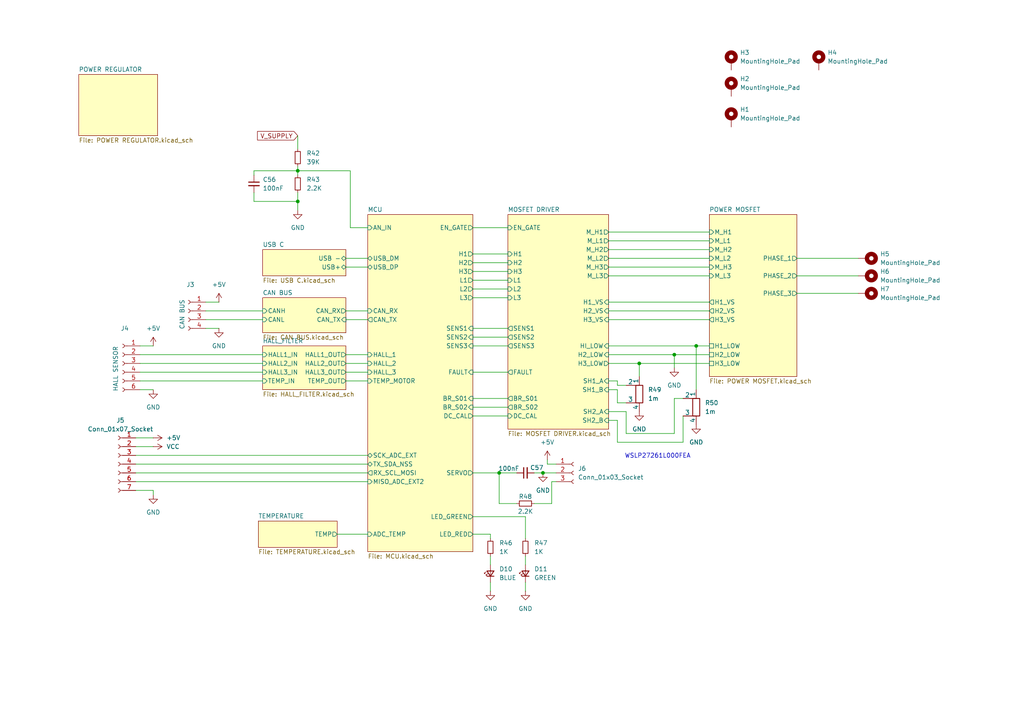
<source format=kicad_sch>
(kicad_sch (version 20231120) (generator "eeschema") (generator_version "8.0")
  (paper "A4")
  (lib_symbols
    (symbol "Connector:Conn_01x03_Socket" (pin_names (offset 1.016) hide)
      (property "Reference" "J" (at 0 5.08 0))
      (property "Value" "Conn_01x03_Socket" (at 0 -5.08 0))
      (symbol "Conn_01x03_Socket_1_1"
        (arc (start 0 -2.032) (mid -0.5058 -2.54) (end 0 -3.048) (stroke (width 0.1524)))
        (polyline (pts (xy -1.27 -2.54) (xy -0.508 -2.54)) (stroke (width 0.1524)))
        (polyline (pts (xy -1.27 0) (xy -0.508 0)) (stroke (width 0.1524)))
        (polyline (pts (xy -1.27 2.54) (xy -0.508 2.54)) (stroke (width 0.1524)))
        (arc (start 0 0.508) (mid -0.5058 0) (end 0 -0.508) (stroke (width 0.1524)))
        (arc (start 0 3.048) (mid -0.5058 2.54) (end 0 2.032) (stroke (width 0.1524)))
        (pin passive line (at -5.08 2.54 0) (length 3.81) (name "Pin_1") (number "1"))
        (pin passive line (at -5.08 0 0) (length 3.81) (name "Pin_2") (number "2"))
        (pin passive line (at -5.08 -2.54 0) (length 3.81) (name "Pin_3") (number "3"))
      )
    )
    (symbol "Connector:Conn_01x04_Socket" (pin_names (offset 1.016) hide)
      (property "Reference" "J" (at 0 5.08 0))
      (property "Value" "Conn_01x04_Socket" (at 0 -7.62 0))
      (symbol "Conn_01x04_Socket_1_1"
        (arc (start 0 -4.572) (mid -0.5058 -5.08) (end 0 -5.588) (stroke (width 0.1524)))
        (arc (start 0 -2.032) (mid -0.5058 -2.54) (end 0 -3.048) (stroke (width 0.1524)))
        (polyline (pts (xy -1.27 -5.08) (xy -0.508 -5.08)) (stroke (width 0.1524)))
        (polyline (pts (xy -1.27 -2.54) (xy -0.508 -2.54)) (stroke (width 0.1524)))
        (polyline (pts (xy -1.27 0) (xy -0.508 0)) (stroke (width 0.1524)))
        (polyline (pts (xy -1.27 2.54) (xy -0.508 2.54)) (stroke (width 0.1524)))
        (arc (start 0 0.508) (mid -0.5058 0) (end 0 -0.508) (stroke (width 0.1524)))
        (arc (start 0 3.048) (mid -0.5058 2.54) (end 0 2.032) (stroke (width 0.1524)))
        (pin passive line (at -5.08 2.54 0) (length 3.81) (name "Pin_1") (number "1"))
        (pin passive line (at -5.08 0 0) (length 3.81) (name "Pin_2") (number "2"))
        (pin passive line (at -5.08 -2.54 0) (length 3.81) (name "Pin_3") (number "3"))
        (pin passive line (at -5.08 -5.08 0) (length 3.81) (name "Pin_4") (number "4"))
      )
    )
    (symbol "Connector:Conn_01x06_Socket" (pin_names (offset 1.016) hide)
      (property "Reference" "J" (at 0 7.62 0))
      (property "Value" "Conn_01x06_Socket" (at 0 -10.16 0))
      (symbol "Conn_01x06_Socket_1_1"
        (arc (start 0 -7.112) (mid -0.5058 -7.62) (end 0 -8.128) (stroke (width 0.1524)))
        (arc (start 0 -4.572) (mid -0.5058 -5.08) (end 0 -5.588) (stroke (width 0.1524)))
        (arc (start 0 -2.032) (mid -0.5058 -2.54) (end 0 -3.048) (stroke (width 0.1524)))
        (polyline (pts (xy -1.27 -7.62) (xy -0.508 -7.62)) (stroke (width 0.1524)))
        (polyline (pts (xy -1.27 -5.08) (xy -0.508 -5.08)) (stroke (width 0.1524)))
        (polyline (pts (xy -1.27 -2.54) (xy -0.508 -2.54)) (stroke (width 0.1524)))
        (polyline (pts (xy -1.27 0) (xy -0.508 0)) (stroke (width 0.1524)))
        (polyline (pts (xy -1.27 2.54) (xy -0.508 2.54)) (stroke (width 0.1524)))
        (polyline (pts (xy -1.27 5.08) (xy -0.508 5.08)) (stroke (width 0.1524)))
        (arc (start 0 0.508) (mid -0.5058 0) (end 0 -0.508) (stroke (width 0.1524)))
        (arc (start 0 3.048) (mid -0.5058 2.54) (end 0 2.032) (stroke (width 0.1524)))
        (arc (start 0 5.588) (mid -0.5058 5.08) (end 0 4.572) (stroke (width 0.1524)))
        (pin passive line (at -5.08 5.08 0) (length 3.81) (name "Pin_1") (number "1"))
        (pin passive line (at -5.08 2.54 0) (length 3.81) (name "Pin_2") (number "2"))
        (pin passive line (at -5.08 0 0) (length 3.81) (name "Pin_3") (number "3"))
        (pin passive line (at -5.08 -2.54 0) (length 3.81) (name "Pin_4") (number "4"))
        (pin passive line (at -5.08 -5.08 0) (length 3.81) (name "Pin_5") (number "5"))
        (pin passive line (at -5.08 -7.62 0) (length 3.81) (name "Pin_6") (number "6"))
      )
    )
    (symbol "Connector:Conn_01x07_Socket" (pin_names (offset 1.016) hide)
      (property "Reference" "J" (at 0 10.16 0))
      (property "Value" "Conn_01x07_Socket" (at 0 -10.16 0))
      (symbol "Conn_01x07_Socket_1_1"
        (arc (start 0 -7.112) (mid -0.5058 -7.62) (end 0 -8.128) (stroke (width 0.1524)))
        (arc (start 0 -4.572) (mid -0.5058 -5.08) (end 0 -5.588) (stroke (width 0.1524)))
        (arc (start 0 -2.032) (mid -0.5058 -2.54) (end 0 -3.048) (stroke (width 0.1524)))
        (polyline (pts (xy -1.27 -7.62) (xy -0.508 -7.62)) (stroke (width 0.1524)))
        (polyline (pts (xy -1.27 -5.08) (xy -0.508 -5.08)) (stroke (width 0.1524)))
        (polyline (pts (xy -1.27 -2.54) (xy -0.508 -2.54)) (stroke (width 0.1524)))
        (polyline (pts (xy -1.27 0) (xy -0.508 0)) (stroke (width 0.1524)))
        (polyline (pts (xy -1.27 2.54) (xy -0.508 2.54)) (stroke (width 0.1524)))
        (polyline (pts (xy -1.27 5.08) (xy -0.508 5.08)) (stroke (width 0.1524)))
        (polyline (pts (xy -1.27 7.62) (xy -0.508 7.62)) (stroke (width 0.1524)))
        (arc (start 0 0.508) (mid -0.5058 0) (end 0 -0.508) (stroke (width 0.1524)))
        (arc (start 0 3.048) (mid -0.5058 2.54) (end 0 2.032) (stroke (width 0.1524)))
        (arc (start 0 5.588) (mid -0.5058 5.08) (end 0 4.572) (stroke (width 0.1524)))
        (arc (start 0 8.128) (mid -0.5058 7.62) (end 0 7.112) (stroke (width 0.1524)))
        (pin passive line (at -5.08 7.62 0) (length 3.81) (name "Pin_1") (number "1"))
        (pin passive line (at -5.08 5.08 0) (length 3.81) (name "Pin_2") (number "2"))
        (pin passive line (at -5.08 2.54 0) (length 3.81) (name "Pin_3") (number "3"))
        (pin passive line (at -5.08 0 0) (length 3.81) (name "Pin_4") (number "4"))
        (pin passive line (at -5.08 -2.54 0) (length 3.81) (name "Pin_5") (number "5"))
        (pin passive line (at -5.08 -5.08 0) (length 3.81) (name "Pin_6") (number "6"))
        (pin passive line (at -5.08 -7.62 0) (length 3.81) (name "Pin_7") (number "7"))
      )
    )
    (symbol "Device:C_Small" (pin_numbers hide) (pin_names (offset 0.254) hide)
      (property "Reference" "C" (at 0.254 1.778 0))
      (property "Value" "C_Small" (at 0.254 -2.032 0))
      (symbol "C_Small_0_1"
        (polyline (pts (xy -1.524 -0.508) (xy 1.524 -0.508)) (stroke (width 0.3302)))
        (polyline (pts (xy -1.524 0.508) (xy 1.524 0.508)) (stroke (width 0.3048)))
      )
      (symbol "C_Small_1_1"
        (pin passive line (at 0 2.54 270) (length 2.032) (name "~") (number "1"))
        (pin passive line (at 0 -2.54 90) (length 2.032) (name "~") (number "2"))
      )
    )
    (symbol "Device:LED_Small" (pin_numbers hide) (pin_names (offset 0.254) hide)
      (property "Reference" "D" (at -1.27 3.175 0))
      (property "Value" "LED_Small" (at -4.445 -2.54 0))
      (symbol "LED_Small_0_1"
        (polyline (pts (xy -0.762 -1.016) (xy -0.762 1.016)) (stroke (width 0.254)))
        (polyline (pts (xy 1.016 0) (xy -0.762 0)))
        (polyline (pts (xy 0.762 -1.016) (xy -0.762 0) (xy 0.762 1.016) (xy 0.762 -1.016)) (stroke (width 0.254)))
        (polyline (pts (xy 0 0.762) (xy -0.508 1.27) (xy -0.254 1.27) (xy -0.508 1.27) (xy -0.508 1.016)))
        (polyline (pts (xy 0.508 1.27) (xy 0 1.778) (xy 0.254 1.778) (xy 0 1.778) (xy 0 1.524)))
      )
      (symbol "LED_Small_1_1"
        (pin passive line (at -2.54 0 0) (length 1.778) (name "K") (number "1"))
        (pin passive line (at 2.54 0 180) (length 1.778) (name "A") (number "2"))
      )
    )
    (symbol "Device:R_Shunt" (pin_numbers hide) (pin_names (offset 0))
      (property "Reference" "R" (at -4.445 0 90))
      (property "Value" "R_Shunt" (at -2.54 0 90))
      (symbol "R_Shunt_0_1"
        (rectangle (start -1.016 -2.54) (end 1.016 2.54) (stroke (width 0.254)))
        (polyline (pts (xy 0 -2.54) (xy 1.27 -2.54)))
        (polyline (pts (xy 1.27 2.54) (xy 0 2.54)))
      )
      (symbol "R_Shunt_1_1"
        (pin passive line (at 0 5.08 270) (length 2.54) (name "1") (number "1"))
        (pin passive line (at 3.81 2.54 180) (length 2.54) (name "2") (number "2"))
        (pin passive line (at 3.81 -2.54 180) (length 2.54) (name "3") (number "3"))
        (pin passive line (at 0 -5.08 90) (length 2.54) (name "4") (number "4"))
      )
    )
    (symbol "Device:R_Small" (pin_numbers hide) (pin_names (offset 0.254) hide)
      (property "Reference" "R" (at 0.762 0.508 0))
      (property "Value" "R_Small" (at 0.762 -1.016 0))
      (symbol "R_Small_0_1"
        (rectangle (start -0.762 1.778) (end 0.762 -1.778) (stroke (width 0.2032)))
      )
      (symbol "R_Small_1_1"
        (pin passive line (at 0 2.54 270) (length 0.762) (name "~") (number "1"))
        (pin passive line (at 0 -2.54 90) (length 0.762) (name "~") (number "2"))
      )
    )
    (symbol "Mechanical:MountingHole_Pad" (pin_numbers hide) (pin_names (offset 1.016) hide) (exclude_from_sim yes) (in_bom no)
      (property "Reference" "H" (at 0 6.35 0))
      (property "Value" "MountingHole_Pad" (at 0 4.445 0))
      (symbol "MountingHole_Pad_0_1"
        (circle (center 0 1.27) (radius 1.27) (stroke (width 1.27)))
      )
      (symbol "MountingHole_Pad_1_1"
        (pin input line (at 0 -2.54 90) (length 2.54) (name "1") (number "1"))
      )
    )
    (symbol "power:+5V" (power) (pin_numbers hide) (pin_names (offset 0) hide)
      (property "Value" "+5V" (at 0 3.556 0))
      (symbol "+5V_0_1"
        (polyline (pts (xy -0.762 1.27) (xy 0 2.54)))
        (polyline (pts (xy 0 0) (xy 0 2.54)))
        (polyline (pts (xy 0 2.54) (xy 0.762 1.27)))
      )
      (symbol "+5V_1_1"
        (pin power_in line (at 0 0 90) (length 0) (name "~") (number "1"))
      )
    )
    (symbol "power:GND" (power) (pin_numbers hide) (pin_names (offset 0) hide)
      (property "Value" "GND" (at 0 -3.81 0))
      (symbol "GND_0_1"
        (polyline (pts (xy 0 0) (xy 0 -1.27) (xy 1.27 -1.27) (xy 0 -2.54) (xy -1.27 -1.27) (xy 0 -1.27)))
      )
      (symbol "GND_1_1"
        (pin power_in line (at 0 0 270) (length 0) (name "~") (number "1"))
      )
    )
    (symbol "power:VCC" (power) (pin_numbers hide) (pin_names (offset 0) hide)
      (property "Value" "VCC" (at 0 3.556 0))
      (symbol "VCC_0_1"
        (polyline (pts (xy -0.762 1.27) (xy 0 2.54)))
        (polyline (pts (xy 0 0) (xy 0 2.54)))
        (polyline (pts (xy 0 2.54) (xy 0.762 1.27)))
      )
      (symbol "VCC_1_1"
        (pin power_in line (at 0 0 90) (length 0) (name "~") (number "1"))
      )
    )
  )
  (junction (at 201.93 100.33))
  (junction (at 144.78 137.16))
  (junction (at 195.58 102.87))
  (junction (at 86.36 49.53))
  (junction (at 157.48 137.16))
  (junction (at 185.42 105.41))
  (junction (at 86.36 58.42))
  (wire (pts (xy 86.36 58.42) (xy 86.36 55.88)))
  (wire (pts (xy 97.79 154.94) (xy 106.68 154.94)))
  (wire (pts (xy 39.37 134.62) (xy 106.68 134.62)))
  (wire (pts (xy 39.37 132.08) (xy 106.68 132.08)))
  (wire (pts (xy 144.78 146.05) (xy 144.78 137.16)))
  (wire (pts (xy 195.58 125.73) (xy 195.58 115.57)))
  (wire (pts (xy 176.53 74.93) (xy 205.74 74.93)))
  (wire (pts (xy 179.07 111.76) (xy 181.61 111.76)))
  (wire (pts (xy 142.24 154.94) (xy 142.24 156.21)))
  (wire (pts (xy 137.16 76.2) (xy 147.32 76.2)))
  (wire (pts (xy 86.36 58.42) (xy 86.36 60.96)))
  (wire (pts (xy 100.33 74.93) (xy 106.68 74.93)))
  (wire (pts (xy 195.58 102.87) (xy 205.74 102.87)))
  (wire (pts (xy 73.66 50.8) (xy 73.66 49.53)))
  (wire (pts (xy 59.69 87.63) (xy 63.5 87.63)))
  (wire (pts (xy 161.29 134.62) (xy 158.75 134.62)))
  (wire (pts (xy 100.33 102.87) (xy 106.68 102.87)))
  (wire (pts (xy 39.37 137.16) (xy 106.68 137.16)))
  (wire (pts (xy 59.69 95.25) (xy 63.5 95.25)))
  (wire (pts (xy 137.16 118.11) (xy 147.32 118.11)))
  (wire (pts (xy 137.16 149.86) (xy 152.4 149.86)))
  (wire (pts (xy 176.53 113.03) (xy 179.07 113.03)))
  (wire (pts (xy 201.93 100.33) (xy 201.93 113.03)))
  (wire (pts (xy 154.94 146.05) (xy 160.02 146.05)))
  (wire (pts (xy 231.14 80.01) (xy 248.92 80.01)))
  (wire (pts (xy 176.53 92.71) (xy 205.74 92.71)))
  (wire (pts (xy 160.02 139.7) (xy 161.29 139.7)))
  (wire (pts (xy 176.53 121.92) (xy 179.07 121.92)))
  (wire (pts (xy 73.66 49.53) (xy 86.36 49.53)))
  (wire (pts (xy 176.53 80.01) (xy 205.74 80.01)))
  (wire (pts (xy 176.53 72.39) (xy 205.74 72.39)))
  (wire (pts (xy 176.53 119.38) (xy 181.61 119.38)))
  (wire (pts (xy 176.53 105.41) (xy 185.42 105.41)))
  (wire (pts (xy 101.6 49.53) (xy 101.6 66.04)))
  (wire (pts (xy 152.4 168.91) (xy 152.4 171.45)))
  (wire (pts (xy 137.16 66.04) (xy 147.32 66.04)))
  (wire (pts (xy 137.16 78.74) (xy 147.32 78.74)))
  (wire (pts (xy 198.12 128.27) (xy 198.12 120.65)))
  (wire (pts (xy 100.33 77.47) (xy 106.68 77.47)))
  (wire (pts (xy 185.42 105.41) (xy 185.42 109.22)))
  (wire (pts (xy 142.24 161.29) (xy 142.24 163.83)))
  (wire (pts (xy 86.36 49.53) (xy 101.6 49.53)))
  (wire (pts (xy 176.53 90.17) (xy 205.74 90.17)))
  (wire (pts (xy 142.24 168.91) (xy 142.24 171.45)))
  (wire (pts (xy 137.16 107.95) (xy 147.32 107.95)))
  (wire (pts (xy 137.16 154.94) (xy 142.24 154.94)))
  (wire (pts (xy 137.16 115.57) (xy 147.32 115.57)))
  (wire (pts (xy 137.16 137.16) (xy 144.78 137.16)))
  (wire (pts (xy 185.42 105.41) (xy 205.74 105.41)))
  (wire (pts (xy 40.64 113.03) (xy 44.45 113.03)))
  (wire (pts (xy 137.16 100.33) (xy 147.32 100.33)))
  (wire (pts (xy 40.64 110.49) (xy 76.2 110.49)))
  (wire (pts (xy 40.64 105.41) (xy 76.2 105.41)))
  (wire (pts (xy 157.48 137.16) (xy 161.29 137.16)))
  (wire (pts (xy 137.16 86.36) (xy 147.32 86.36)))
  (wire (pts (xy 176.53 77.47) (xy 205.74 77.47)))
  (wire (pts (xy 231.14 85.09) (xy 248.92 85.09)))
  (wire (pts (xy 176.53 110.49) (xy 179.07 110.49)))
  (wire (pts (xy 179.07 110.49) (xy 179.07 111.76)))
  (wire (pts (xy 101.6 66.04) (xy 106.68 66.04)))
  (wire (pts (xy 179.07 128.27) (xy 198.12 128.27)))
  (wire (pts (xy 86.36 39.37) (xy 86.36 43.18)))
  (wire (pts (xy 160.02 146.05) (xy 160.02 139.7)))
  (wire (pts (xy 73.66 55.88) (xy 73.66 58.42)))
  (wire (pts (xy 39.37 127) (xy 44.45 127)))
  (wire (pts (xy 137.16 120.65) (xy 147.32 120.65)))
  (wire (pts (xy 86.36 48.26) (xy 86.36 49.53)))
  (wire (pts (xy 181.61 125.73) (xy 195.58 125.73)))
  (wire (pts (xy 40.64 100.33) (xy 44.45 100.33)))
  (wire (pts (xy 176.53 69.85) (xy 205.74 69.85)))
  (wire (pts (xy 59.69 92.71) (xy 76.2 92.71)))
  (wire (pts (xy 179.07 116.84) (xy 181.61 116.84)))
  (wire (pts (xy 40.64 107.95) (xy 76.2 107.95)))
  (wire (pts (xy 137.16 81.28) (xy 147.32 81.28)))
  (wire (pts (xy 73.66 58.42) (xy 86.36 58.42)))
  (wire (pts (xy 201.93 100.33) (xy 205.74 100.33)))
  (wire (pts (xy 100.33 107.95) (xy 106.68 107.95)))
  (wire (pts (xy 154.94 137.16) (xy 157.48 137.16)))
  (wire (pts (xy 137.16 73.66) (xy 147.32 73.66)))
  (wire (pts (xy 176.53 87.63) (xy 205.74 87.63)))
  (wire (pts (xy 100.33 92.71) (xy 106.68 92.71)))
  (wire (pts (xy 137.16 95.25) (xy 147.32 95.25)))
  (wire (pts (xy 40.64 102.87) (xy 76.2 102.87)))
  (wire (pts (xy 137.16 83.82) (xy 147.32 83.82)))
  (wire (pts (xy 149.86 146.05) (xy 144.78 146.05)))
  (wire (pts (xy 231.14 74.93) (xy 248.92 74.93)))
  (wire (pts (xy 100.33 110.49) (xy 106.68 110.49)))
  (wire (pts (xy 179.07 121.92) (xy 179.07 128.27)))
  (wire (pts (xy 39.37 139.7) (xy 106.68 139.7)))
  (wire (pts (xy 195.58 115.57) (xy 198.12 115.57)))
  (wire (pts (xy 137.16 97.79) (xy 147.32 97.79)))
  (wire (pts (xy 152.4 149.86) (xy 152.4 156.21)))
  (wire (pts (xy 195.58 102.87) (xy 195.58 106.68)))
  (wire (pts (xy 176.53 102.87) (xy 195.58 102.87)))
  (wire (pts (xy 181.61 119.38) (xy 181.61 125.73)))
  (wire (pts (xy 100.33 105.41) (xy 106.68 105.41)))
  (wire (pts (xy 144.78 137.16) (xy 149.86 137.16)))
  (wire (pts (xy 100.33 90.17) (xy 106.68 90.17)))
  (wire (pts (xy 39.37 142.24) (xy 44.45 142.24)))
  (wire (pts (xy 158.75 134.62) (xy 158.75 133.35)))
  (wire (pts (xy 176.53 67.31) (xy 205.74 67.31)))
  (wire (pts (xy 179.07 113.03) (xy 179.07 116.84)))
  (wire (pts (xy 59.69 90.17) (xy 76.2 90.17)))
  (wire (pts (xy 86.36 49.53) (xy 86.36 50.8)))
  (wire (pts (xy 44.45 142.24) (xy 44.45 143.51)))
  (wire (pts (xy 152.4 161.29) (xy 152.4 163.83)))
  (wire (pts (xy 176.53 100.33) (xy 201.93 100.33)))
  (wire (pts (xy 39.37 129.54) (xy 44.45 129.54)))
  (text "WSLP27261L000FEA" (at 190.754 132.334 0) (effects (font (size 1.27 1.27))))
  (global_label "V_SUPPLY" (shape input) (at 86.36 39.37 180) (property "Intersheetrefs" "${INTERSHEET_REFS}" (effects (hide yes))))
  (symbol (lib_id "Mechanical:MountingHole_Pad") (at 237.49 17.78 0) (unit 1) (exclude_from_sim yes) (in_bom no)
    (property "Reference" "H4" (at 240.03 15.2399 0) (effects (justify left)))
    (property "Value" "MountingHole_Pad" (at 240.03 17.7799 0) (effects (justify left)))
    (property "Footprint" "MountingHole:MountingHole_3.2mm_M3_Pad" (effects (hide yes)))
    (property "Description" "Mounting Hole with connection" (effects (hide yes)))
  )
  (symbol (lib_id "Connector:Conn_01x07_Socket") (at 34.29 134.62 0) (mirror y) (unit 1)
    (property "Reference" "J5" (at 34.925 121.92 0))
    (property "Value" "Conn_01x07_Socket" (at 34.925 124.46 0))
    (property "Footprint" "Connector_JST:JST_XH_B7B-XH-AM_1x07_P2.50mm_Vertical" (effects (hide yes)))
    (property "Description" "Generic connector, single row, 01x07, script generated" (effects (hide yes)))
  )
  (symbol (lib_id "power:GND") (at 86.36 60.96 0) (unit 1)
    (property "Reference" "#PWR066" (effects (hide yes)))
    (property "Value" "GND" (at 86.36 66.04 0))
    (property "Description" "Power symbol creates a global label with name \"GND\" , ground" (effects (hide yes)))
  )
  (symbol (lib_id "Device:R_Small") (at 152.4 146.05 90) (unit 1)
    (property "Reference" "R48" (at 152.4 144.018 90))
    (property "Value" "2.2K" (at 152.4 148.336 90))
    (property "Footprint" "Resistor_SMD:R_0603_1608Metric" (effects (hide yes)))
    (property "Description" "Resistor, small symbol" (effects (hide yes)))
  )
  (symbol (lib_id "power:GND") (at 195.58 106.68 0) (unit 1)
    (property "Reference" "#PWR034" (effects (hide yes)))
    (property "Value" "GND" (at 195.58 111.76 0))
    (property "Description" "Power symbol creates a global label with name \"GND\" , ground" (effects (hide yes)))
  )
  (symbol (lib_id "Device:C_Small") (at 73.66 53.34 0) (unit 1)
    (property "Reference" "C56" (at 76.2 52.0762 0) (effects (justify left)))
    (property "Value" "100nF" (at 76.2 54.6162 0) (effects (justify left)))
    (property "Footprint" "Capacitor_SMD:C_0603_1608Metric" (effects (hide yes)))
    (property "Description" "Unpolarized capacitor, small symbol" (effects (hide yes)))
  )
  (symbol (lib_id "Device:R_Small") (at 152.4 158.75 0) (unit 1)
    (property "Reference" "R47" (at 154.94 157.4799 0) (effects (justify left)))
    (property "Value" "1K" (at 154.94 160.0199 0) (effects (justify left)))
    (property "Footprint" "Resistor_SMD:R_0603_1608Metric" (effects (hide yes)))
    (property "Description" "Resistor, small symbol" (effects (hide yes)))
  )
  (symbol (lib_id "power:GND") (at 185.42 119.38 0) (unit 1)
    (property "Reference" "#PWR05" (effects (hide yes)))
    (property "Value" "GND" (at 185.42 124.46 0))
    (property "Description" "Power symbol creates a global label with name \"GND\" , ground" (effects (hide yes)))
  )
  (symbol (lib_id "power:GND") (at 44.45 143.51 0) (unit 1)
    (property "Reference" "#PWR078" (effects (hide yes)))
    (property "Value" "GND" (at 44.45 148.59 0))
    (property "Description" "Power symbol creates a global label with name \"GND\" , ground" (effects (hide yes)))
  )
  (symbol (lib_id "power:+5V") (at 44.45 100.33 0) (unit 1)
    (property "Reference" "#PWR077" (effects (hide yes)))
    (property "Value" "+5V" (at 44.45 95.25 0))
    (property "Description" "Power symbol creates a global label with name \"+5V\"" (effects (hide yes)))
  )
  (symbol (lib_id "Device:R_Shunt") (at 185.42 114.3 0) (mirror y) (unit 1)
    (property "Reference" "R49" (at 187.96 113.0299 0) (effects (justify right)))
    (property "Value" "1m" (at 187.96 115.5699 0) (effects (justify right)))
    (property "Footprint" "WSLP27261L000FEA:WSLP2726_1mOHM_VIS" (effects (hide yes)))
    (property "Description" "Shunt resistor" (effects (hide yes)))
  )
  (symbol (lib_id "Device:R_Small") (at 142.24 158.75 0) (unit 1)
    (property "Reference" "R46" (at 144.78 157.4799 0) (effects (justify left)))
    (property "Value" "1K" (at 144.78 160.0199 0) (effects (justify left)))
    (property "Footprint" "Resistor_SMD:R_0603_1608Metric" (effects (hide yes)))
    (property "Description" "Resistor, small symbol" (effects (hide yes)))
  )
  (symbol (lib_id "power:GND") (at 44.45 113.03 0) (unit 1)
    (property "Reference" "#PWR076" (effects (hide yes)))
    (property "Value" "GND" (at 44.45 118.11 0))
    (property "Description" "Power symbol creates a global label with name \"GND\" , ground" (effects (hide yes)))
  )
  (symbol (lib_id "power:+5V") (at 158.75 133.35 0) (unit 1)
    (property "Reference" "#PWR083" (effects (hide yes)))
    (property "Value" "+5V" (at 158.75 128.27 0))
    (property "Description" "Power symbol creates a global label with name \"+5V\"" (effects (hide yes)))
  )
  (symbol (lib_id "power:+5V") (at 44.45 127 270) (unit 1)
    (property "Reference" "#PWR079" (effects (hide yes)))
    (property "Value" "+5V" (at 48.26 126.9999 90) (effects (justify left)))
    (property "Description" "Power symbol creates a global label with name \"+5V\"" (effects (hide yes)))
  )
  (symbol (lib_id "Connector:Conn_01x04_Socket") (at 54.61 90.17 0) (mirror y) (unit 1)
    (property "Reference" "J3" (at 55.245 82.55 0))
    (property "Value" "CAN BUS" (at 52.832 91.186 90))
    (property "Footprint" "Connector_JST:JST_XH_B4B-XH-AM_1x04_P2.50mm_Vertical" (effects (hide yes)))
    (property "Description" "Generic connector, single row, 01x04, script generated" (effects (hide yes)))
  )
  (symbol (lib_id "Mechanical:MountingHole_Pad") (at 212.09 34.29 0) (unit 1) (exclude_from_sim yes) (in_bom no)
    (property "Reference" "H1" (at 214.63 31.7499 0) (effects (justify left)))
    (property "Value" "MountingHole_Pad" (at 214.63 34.2899 0) (effects (justify left)))
    (property "Footprint" "MountingHole:MountingHole_3.2mm_M3_Pad" (effects (hide yes)))
    (property "Description" "Mounting Hole with connection" (effects (hide yes)))
  )
  (symbol (lib_id "power:GND") (at 152.4 171.45 0) (unit 1)
    (property "Reference" "#PWR082" (effects (hide yes)))
    (property "Value" "GND" (at 152.4 176.53 0))
    (property "Description" "Power symbol creates a global label with name \"GND\" , ground" (effects (hide yes)))
  )
  (symbol (lib_id "Device:LED_Small") (at 152.4 166.37 90) (unit 1)
    (property "Reference" "D11" (at 154.94 165.0364 90) (effects (justify right)))
    (property "Value" "GREEN" (at 154.94 167.5764 90) (effects (justify right)))
    (property "Footprint" "LED_SMD:LED_0603_1608Metric_Pad1.05x0.95mm_HandSolder" (effects (hide yes)))
    (property "Description" "Light emitting diode, small symbol" (effects (hide yes)))
  )
  (symbol (lib_id "Mechanical:MountingHole_Pad") (at 212.09 17.78 0) (unit 1) (exclude_from_sim yes) (in_bom no)
    (property "Reference" "H3" (at 214.63 15.2399 0) (effects (justify left)))
    (property "Value" "MountingHole_Pad" (at 214.63 17.7799 0) (effects (justify left)))
    (property "Footprint" "MountingHole:MountingHole_3.2mm_M3_Pad" (effects (hide yes)))
    (property "Description" "Mounting Hole with connection" (effects (hide yes)))
  )
  (symbol (lib_id "power:GND") (at 142.24 171.45 0) (unit 1)
    (property "Reference" "#PWR081" (effects (hide yes)))
    (property "Value" "GND" (at 142.24 176.53 0))
    (property "Description" "Power symbol creates a global label with name \"GND\" , ground" (effects (hide yes)))
  )
  (symbol (lib_id "Device:R_Small") (at 86.36 53.34 0) (unit 1)
    (property "Reference" "R43" (at 88.9 52.0699 0) (effects (justify left)))
    (property "Value" "2.2K" (at 88.9 54.6099 0) (effects (justify left)))
    (property "Footprint" "Resistor_SMD:R_0603_1608Metric" (effects (hide yes)))
    (property "Description" "Resistor, small symbol" (effects (hide yes)))
  )
  (symbol (lib_id "power:GND") (at 63.5 95.25 0) (unit 1)
    (property "Reference" "#PWR074" (effects (hide yes)))
    (property "Value" "GND" (at 63.5 100.33 0))
    (property "Description" "Power symbol creates a global label with name \"GND\" , ground" (effects (hide yes)))
  )
  (symbol (lib_id "power:GND") (at 201.93 123.19 0) (unit 1)
    (property "Reference" "#PWR033" (effects (hide yes)))
    (property "Value" "GND" (at 201.93 128.27 0))
    (property "Description" "Power symbol creates a global label with name \"GND\" , ground" (effects (hide yes)))
  )
  (symbol (lib_id "Device:LED_Small") (at 142.24 166.37 90) (unit 1)
    (property "Reference" "D10" (at 144.78 165.0364 90) (effects (justify right)))
    (property "Value" "BLUE" (at 144.78 167.5764 90) (effects (justify right)))
    (property "Footprint" "LED_SMD:LED_0603_1608Metric_Pad1.05x0.95mm_HandSolder" (effects (hide yes)))
    (property "Description" "Light emitting diode, small symbol" (effects (hide yes)))
  )
  (symbol (lib_id "power:+5V") (at 63.5 87.63 0) (unit 1)
    (property "Reference" "#PWR075" (effects (hide yes)))
    (property "Value" "+5V" (at 63.5 82.55 0))
    (property "Description" "Power symbol creates a global label with name \"+5V\"" (effects (hide yes)))
  )
  (symbol (lib_id "Device:R_Shunt") (at 201.93 118.11 0) (mirror y) (unit 1)
    (property "Reference" "R50" (at 204.47 116.8399 0) (effects (justify right)))
    (property "Value" "1m" (at 204.47 119.3799 0) (effects (justify right)))
    (property "Footprint" "WSLP27261L000FEA:WSLP2726_1mOHM_VIS" (effects (hide yes)))
    (property "Description" "Shunt resistor" (effects (hide yes)))
  )
  (symbol (lib_id "Device:R_Small") (at 86.36 45.72 0) (unit 1)
    (property "Reference" "R42" (at 88.9 44.4499 0) (effects (justify left)))
    (property "Value" "39K" (at 88.9 46.9899 0) (effects (justify left)))
    (property "Footprint" "Resistor_SMD:R_0603_1608Metric" (effects (hide yes)))
    (property "Description" "Resistor, small symbol" (effects (hide yes)))
  )
  (symbol (lib_id "power:GND") (at 157.48 137.16 0) (unit 1)
    (property "Reference" "#PWR084" (effects (hide yes)))
    (property "Value" "GND" (at 157.48 142.24 0))
    (property "Description" "Power symbol creates a global label with name \"GND\" , ground" (effects (hide yes)))
  )
  (symbol (lib_id "Mechanical:MountingHole_Pad") (at 251.46 85.09 270) (unit 1) (exclude_from_sim yes) (in_bom no)
    (property "Reference" "H7" (at 255.27 83.8199 90) (effects (justify left)))
    (property "Value" "MountingHole_Pad" (at 255.27 86.3599 90) (effects (justify left)))
    (property "Footprint" "MountingHole:MountingHole_4.3mm_M4_ISO7380_Pad" (effects (hide yes)))
    (property "Description" "Mounting Hole with connection" (effects (hide yes)))
  )
  (symbol (lib_id "Connector:Conn_01x06_Socket") (at 35.56 105.41 0) (mirror y) (unit 1)
    (property "Reference" "J4" (at 36.195 95.25 0))
    (property "Value" "HALL SENSOR" (at 33.528 106.934 90))
    (property "Footprint" "Connector_JST:JST_XH_B6B-XH-AM_1x06_P2.50mm_Vertical" (effects (hide yes)))
    (property "Description" "Generic connector, single row, 01x06, script generated" (effects (hide yes)))
  )
  (symbol (lib_id "Mechanical:MountingHole_Pad") (at 251.46 80.01 270) (unit 1) (exclude_from_sim yes) (in_bom no)
    (property "Reference" "H6" (at 255.27 78.7399 90) (effects (justify left)))
    (property "Value" "MountingHole_Pad" (at 255.27 81.2799 90) (effects (justify left)))
    (property "Footprint" "MountingHole:MountingHole_4.3mm_M4_ISO7380_Pad" (effects (hide yes)))
    (property "Description" "Mounting Hole with connection" (effects (hide yes)))
  )
  (symbol (lib_id "Mechanical:MountingHole_Pad") (at 251.46 74.93 270) (unit 1) (exclude_from_sim yes) (in_bom no)
    (property "Reference" "H5" (at 255.27 73.6599 90) (effects (justify left)))
    (property "Value" "MountingHole_Pad" (at 255.27 76.1999 90) (effects (justify left)))
    (property "Footprint" "MountingHole:MountingHole_4.3mm_M4_ISO7380_Pad" (effects (hide yes)))
    (property "Description" "Mounting Hole with connection" (effects (hide yes)))
  )
  (symbol (lib_id "Device:C_Small") (at 152.4 137.16 90) (unit 1)
    (property "Reference" "C57" (at 155.702 135.636 90))
    (property "Value" "100nF" (at 147.574 135.89 90))
    (property "Footprint" "Capacitor_SMD:C_0603_1608Metric" (effects (hide yes)))
    (property "Description" "Unpolarized capacitor, small symbol" (effects (hide yes)))
  )
  (symbol (lib_id "power:VCC") (at 44.45 129.54 270) (unit 1)
    (property "Reference" "#PWR080" (effects (hide yes)))
    (property "Value" "VCC" (at 48.26 129.5399 90) (effects (justify left)))
    (property "Description" "Power symbol creates a global label with name \"VCC\"" (effects (hide yes)))
  )
  (symbol (lib_id "Mechanical:MountingHole_Pad") (at 212.09 25.4 0) (unit 1) (exclude_from_sim yes) (in_bom no)
    (property "Reference" "H2" (at 214.63 22.8599 0) (effects (justify left)))
    (property "Value" "MountingHole_Pad" (at 214.63 25.3999 0) (effects (justify left)))
    (property "Footprint" "MountingHole:MountingHole_3.2mm_M3_Pad" (effects (hide yes)))
    (property "Description" "Mounting Hole with connection" (effects (hide yes)))
  )
  (symbol (lib_id "Connector:Conn_01x03_Socket") (at 166.37 137.16 0) (unit 1)
    (property "Reference" "J6" (at 167.64 135.8899 0) (effects (justify left)))
    (property "Value" "Conn_01x03_Socket" (at 167.64 138.4299 0) (effects (justify left)))
    (property "Footprint" "Connector_JST:JST_XH_B3B-XH-AM_1x03_P2.50mm_Vertical" (effects (hide yes)))
    (property "Description" "Generic connector, single row, 01x03, script generated" (effects (hide yes)))
  )
  (sheet (at 106.68 62.23) (size 30.48 97.79) (stroke (width 0.1524)) (fill (color 255 255 194 1.0000))
    (property "Sheetname" "MCU" (at 106.68 61.5184 0) (effects (justify left bottom)))
    (property "Sheetfile" "MCU.kicad_sch" (at 106.68 160.6046 0) (effects (justify left top)))
    (pin "FAULT" input (at 137.16 107.95 0))
    (pin "EN_GATE" output (at 137.16 66.04 0))
    (pin "HALL_3" input (at 106.68 107.95 180))
    (pin "TEMP_MOTOR" input (at 106.68 110.49 180))
    (pin "LED_GREEN" output (at 137.16 149.86 0))
    (pin "LED_RED" output (at 137.16 154.94 0))
    (pin "TX_SDA_NSS" bidirectional (at 106.68 134.62 180))
    (pin "AN_IN" input (at 106.68 66.04 180))
    (pin "RX_SCL_MOSI" output (at 106.68 137.16 180))
    (pin "SENS3" input (at 137.16 100.33 0))
    (pin "SCK_ADC_EXT" bidirectional (at 106.68 132.08 180))
    (pin "ADC_TEMP" input (at 106.68 154.94 180))
    (pin "SENS2" input (at 137.16 97.79 0))
    (pin "SENS1" input (at 137.16 95.25 0))
    (pin "MISO_ADC_EXT2" input (at 106.68 139.7 180))
    (pin "USB_DP" bidirectional (at 106.68 77.47 180))
    (pin "USB_DM" bidirectional (at 106.68 74.93 180))
    (pin "H1" output (at 137.16 73.66 0))
    (pin "H3" output (at 137.16 78.74 0))
    (pin "H2" output (at 137.16 76.2 0))
    (pin "BR_S02" input (at 137.16 118.11 0))
    (pin "BR_S01" input (at 137.16 115.57 0))
    (pin "L2" output (at 137.16 83.82 0))
    (pin "L1" output (at 137.16 81.28 0))
    (pin "L3" output (at 137.16 86.36 0))
    (pin "SERVO" output (at 137.16 137.16 0))
    (pin "CAN_TX" output (at 106.68 92.71 180))
    (pin "CAN_RX" input (at 106.68 90.17 180))
    (pin "HALL_2" input (at 106.68 105.41 180))
    (pin "HALL_1" input (at 106.68 102.87 180))
    (pin "DC_CAL" output (at 137.16 120.65 0))
  )
  (sheet (at 74.93 151.13) (size 22.86 7.62) (stroke (width 0.1524)) (fill (color 255 255 194 1.0000))
    (property "Sheetname" "TEMPERATURE" (at 74.93 150.4184 0) (effects (justify left bottom)))
    (property "Sheetfile" "TEMPERATURE.kicad_sch" (at 74.93 159.3346 0) (effects (justify left top)))
    (pin "TEMP" output (at 97.79 154.94 0))
  )
  (sheet (at 76.2 100.33) (size 24.13 12.7) (stroke (width 0.1524)) (fill (color 255 255 194 1.0000))
    (property "Sheetname" "HALL_FILTER" (at 76.2 99.6184 0) (effects (justify left bottom)))
    (property "Sheetfile" "HALL_FILTER.kicad_sch" (at 76.2 113.6146 0) (effects (justify left top)))
    (pin "TEMP_OUT" output (at 100.33 110.49 0))
    (pin "TEMP_IN" input (at 76.2 110.49 180))
    (pin "HALL3_OUT" output (at 100.33 107.95 0))
    (pin "HALL2_OUT" output (at 100.33 105.41 0))
    (pin "HALL2_IN" input (at 76.2 105.41 180))
    (pin "HALL1_IN" input (at 76.2 102.87 180))
    (pin "HALL1_OUT" output (at 100.33 102.87 0))
    (pin "HALL3_IN" input (at 76.2 107.95 180))
  )
  (sheet (at 205.74 62.23) (size 25.4 46.99) (stroke (width 0.1524) (color 132 0 0 1)) (fill (color 255 255 194 1.0000))
    (property "Sheetname" "POWER MOSFET" (at 205.74 61.5184 0) (effects (justify left bottom)))
    (property "Sheetfile" "POWER MOSFET.kicad_sch" (at 205.74 109.8046 0) (effects (justify left top)))
    (pin "M_L1" input (at 205.74 69.85 180))
    (pin "H1_VS" output (at 205.74 87.63 180))
    (pin "M_H1" input (at 205.74 67.31 180))
    (pin "PHASE_1" output (at 231.14 74.93 0))
    (pin "H1_LOW" passive (at 205.74 100.33 180))
    (pin "M_H3" input (at 205.74 77.47 180))
    (pin "H3_VS" output (at 205.74 92.71 180))
    (pin "PHASE_3" output (at 231.14 85.09 0))
    (pin "M_H2" input (at 205.74 72.39 180))
    (pin "H2_VS" output (at 205.74 90.17 180))
    (pin "M_L2" input (at 205.74 74.93 180))
    (pin "PHASE_2" output (at 231.14 80.01 0))
    (pin "H3_LOW" passive (at 205.74 105.41 180))
    (pin "M_L3" input (at 205.74 80.01 180))
    (pin "H2_LOW" passive (at 205.74 102.87 180))
  )
  (sheet (at 76.2 86.36) (size 24.13 10.16) (stroke (width 0.1524)) (fill (color 255 255 194 1.0000))
    (property "Sheetname" "CAN BUS" (at 76.2 85.6484 0) (effects (justify left bottom)))
    (property "Sheetfile" "CAN BUS.kicad_sch" (at 76.2 97.1046 0) (effects (justify left top)))
    (pin "CANL" input (at 76.2 92.71 180))
    (pin "CANH" input (at 76.2 90.17 180))
    (pin "CAN_TX" input (at 100.33 92.71 0))
    (pin "CAN_RX" output (at 100.33 90.17 0))
  )
  (sheet (at 147.32 62.23) (size 29.21 62.23) (stroke (width 0.1524)) (fill (color 255 255 194 1.0000))
    (property "Sheetname" "MOSFET DRIVER" (at 147.32 61.5184 0) (effects (justify left bottom)))
    (property "Sheetfile" "MOSFET DRIVER.kicad_sch" (at 147.32 125.0446 0) (effects (justify left top)))
    (pin "SH1_B" input (at 176.53 113.03 0))
    (pin "SH2_A" input (at 176.53 119.38 0))
    (pin "SH2_B" input (at 176.53 121.92 0))
    (pin "SH1_A" input (at 176.53 110.49 0))
    (pin "H3_VS" input (at 176.53 92.71 0))
    (pin "SENS3" output (at 147.32 100.33 180))
    (pin "SENS2" output (at 147.32 97.79 180))
    (pin "H1_VS" input (at 176.53 87.63 0))
    (pin "SENS1" output (at 147.32 95.25 180))
    (pin "H2_VS" input (at 176.53 90.17 0))
    (pin "M_L1" output (at 176.53 69.85 0))
    (pin "M_H1" output (at 176.53 67.31 0))
    (pin "HI_LOW" input (at 176.53 100.33 0))
    (pin "M_H2" output (at 176.53 72.39 0))
    (pin "DC_CAL" input (at 147.32 120.65 180))
    (pin "L1" input (at 147.32 81.28 180))
    (pin "H1" input (at 147.32 73.66 180))
    (pin "EN_GATE" input (at 147.32 66.04 180))
    (pin "H2" input (at 147.32 76.2 180))
    (pin "L2" input (at 147.32 83.82 180))
    (pin "L3" input (at 147.32 86.36 180))
    (pin "H3" input (at 147.32 78.74 180))
    (pin "H3_LOW" output (at 176.53 105.41 0))
    (pin "M_L2" output (at 176.53 74.93 0))
    (pin "H2_LOW" input (at 176.53 102.87 0))
    (pin "M_H3" output (at 176.53 77.47 0))
    (pin "M_L3" output (at 176.53 80.01 0))
    (pin "FAULT" output (at 147.32 107.95 180))
    (pin "BR_S02" output (at 147.32 118.11 180))
    (pin "BR_S01" output (at 147.32 115.57 180))
  )
  (sheet (at 76.2 72.39) (size 24.13 7.62) (stroke (width 0.1524)) (fill (color 255 255 194 1.0000))
    (property "Sheetname" "USB C" (at 76.2 71.6784 0) (effects (justify left bottom)))
    (property "Sheetfile" "USB C.kicad_sch" (at 76.2 80.5946 0) (effects (justify left top)))
    (pin "USB -" bidirectional (at 100.33 74.93 0))
    (pin "USB+" bidirectional (at 100.33 77.47 0))
  )
  (sheet (at 22.86 21.59) (size 22.86 17.78) (stroke (width 0.1524)) (fill (color 255 255 194 1.0000))
    (property "Sheetname" "POWER REGULATOR" (at 22.86 20.8784 0) (effects (justify left bottom)))
    (property "Sheetfile" "POWER REGULATOR.kicad_sch" (at 22.86 39.9546 0) (effects (justify left top)))
  )
)
</source>
